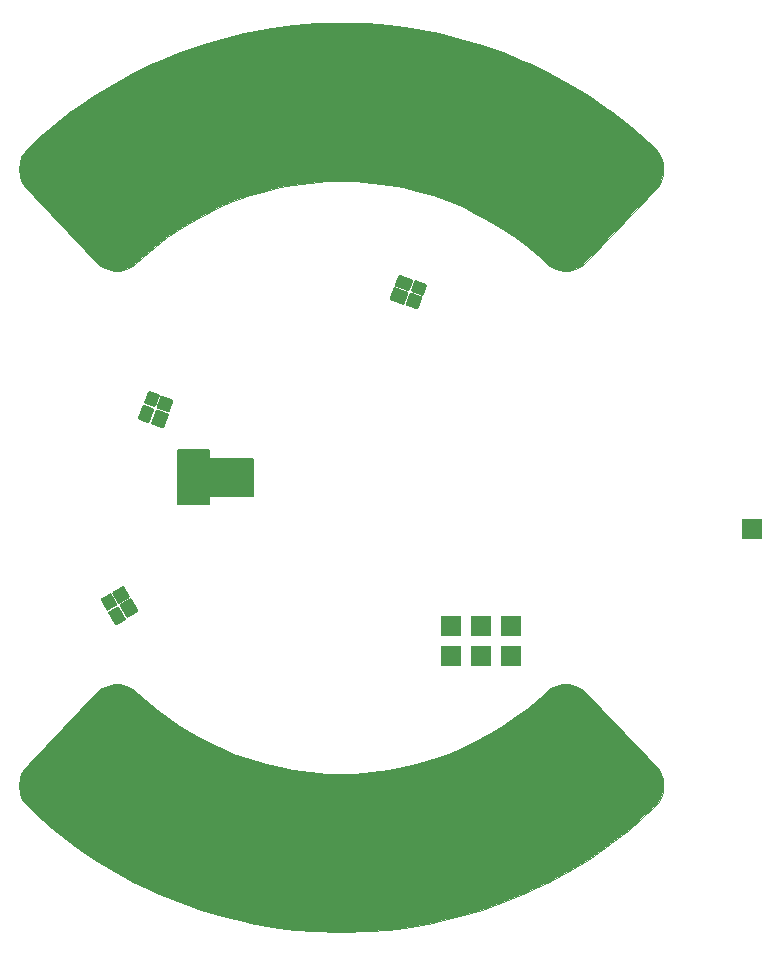
<source format=gbr>
%TF.GenerationSoftware,KiCad,Pcbnew,7.0.5.1-1-g8f565ef7f0-dirty-deb11*%
%TF.CreationDate,2023-07-04T07:58:52+00:00*%
%TF.ProjectId,USTTHUNDERMILLPCB01,55535454-4855-44e4-9445-524d494c4c50,rev?*%
%TF.SameCoordinates,Original*%
%TF.FileFunction,Soldermask,Bot*%
%TF.FilePolarity,Negative*%
%FSLAX46Y46*%
G04 Gerber Fmt 4.6, Leading zero omitted, Abs format (unit mm)*
G04 Created by KiCad (PCBNEW 7.0.5.1-1-g8f565ef7f0-dirty-deb11) date 2023-07-04 07:58:52*
%MOMM*%
%LPD*%
G01*
G04 APERTURE LIST*
G04 Aperture macros list*
%AMRoundRect*
0 Rectangle with rounded corners*
0 $1 Rounding radius*
0 $2 $3 $4 $5 $6 $7 $8 $9 X,Y pos of 4 corners*
0 Add a 4 corners polygon primitive as box body*
4,1,4,$2,$3,$4,$5,$6,$7,$8,$9,$2,$3,0*
0 Add four circle primitives for the rounded corners*
1,1,$1+$1,$2,$3*
1,1,$1+$1,$4,$5*
1,1,$1+$1,$6,$7*
1,1,$1+$1,$8,$9*
0 Add four rect primitives between the rounded corners*
20,1,$1+$1,$2,$3,$4,$5,0*
20,1,$1+$1,$4,$5,$6,$7,0*
20,1,$1+$1,$6,$7,$8,$9,0*
20,1,$1+$1,$8,$9,$2,$3,0*%
G04 Aperture macros list end*
%ADD10C,0.150000*%
%ADD11C,0.050000*%
%ADD12RoundRect,0.100000X0.762000X0.762000X-0.762000X0.762000X-0.762000X-0.762000X0.762000X-0.762000X0*%
%ADD13RoundRect,0.100000X0.618210X0.280474X-0.293291X0.612234X-0.618210X-0.280474X0.293291X-0.612234X0*%
%ADD14RoundRect,0.100000X0.652413X0.374443X-0.259089X0.706203X-0.652413X-0.374443X0.259089X-0.706203X0*%
%ADD15RoundRect,0.100000X0.561829X0.300995X-0.236910X0.591713X-0.561829X-0.300995X0.236910X-0.591713X0*%
%ADD16RoundRect,0.100000X0.596031X0.394965X-0.202708X0.685682X-0.596031X-0.394965X0.202708X-0.685682X0*%
%ADD17RoundRect,0.100000X0.280474X-0.618210X0.612234X0.293291X-0.280474X0.618210X-0.612234X-0.293291X0*%
%ADD18RoundRect,0.100000X0.374443X-0.652413X0.706203X0.259089X-0.374443X0.652413X-0.706203X-0.259089X0*%
%ADD19RoundRect,0.100000X0.300995X-0.561829X0.591713X0.236910X-0.300995X0.561829X-0.591713X-0.236910X0*%
%ADD20RoundRect,0.100000X0.394965X-0.596031X0.685682X0.202708X-0.394965X0.596031X-0.685682X-0.202708X0*%
%ADD21RoundRect,0.100000X0.182522X0.653862X-0.657522X0.168862X-0.182522X-0.653862X0.657522X-0.168862X0*%
%ADD22RoundRect,0.100000X0.132522X0.740465X-0.707522X0.255465X-0.132522X-0.740465X0.707522X-0.255465X0*%
%ADD23RoundRect,0.100000X0.130561X0.623862X-0.605561X0.198862X-0.130561X-0.623862X0.605561X-0.198862X0*%
%ADD24RoundRect,0.100000X0.080561X0.710465X-0.655561X0.285465X-0.080561X-0.710465X0.655561X-0.285465X0*%
%ADD25RoundRect,0.100000X-0.762000X0.762000X-0.762000X-0.762000X0.762000X-0.762000X0.762000X0.762000X0*%
G04 APERTURE END LIST*
D10*
X-13843200Y2294000D02*
X-11193200Y2294000D01*
X-11193200Y-2256000D01*
X-13843200Y-2256000D01*
X-13843200Y2294000D01*
G36*
X-13843200Y2294000D02*
G01*
X-11193200Y2294000D01*
X-11193200Y-2256000D01*
X-13843200Y-2256000D01*
X-13843200Y2294000D01*
G37*
X-11693200Y1544000D02*
X-7493200Y1544000D01*
X-7493200Y-1556000D01*
X-11693200Y-1556000D01*
X-11693200Y1544000D01*
G36*
X-11693200Y1544000D02*
G01*
X-7493200Y1544000D01*
X-7493200Y-1556000D01*
X-11693200Y-1556000D01*
X-11693200Y1544000D01*
G37*
D11*
X2145408Y38436993D02*
X4024345Y38289094D01*
X5892967Y38043095D01*
X7746147Y37699597D01*
X8257354Y37590897D01*
X10090003Y37150998D01*
X11897106Y36615696D01*
X13673805Y35986496D01*
X15415107Y35265297D01*
X15892509Y35052697D01*
X17593708Y34241297D01*
X19250007Y33341998D01*
X20857006Y32357197D01*
X22410308Y31289698D01*
X22833099Y30982499D01*
X24328399Y29835099D01*
X25761505Y28611100D01*
X26459304Y27948901D01*
X26809005Y27560502D01*
X27070304Y27107901D01*
X27231903Y26610800D01*
X27286499Y26091000D01*
X27231903Y25571301D01*
X27070304Y25074200D01*
X26809005Y24621600D01*
X26459304Y24233201D01*
X20675804Y18145300D01*
X20253005Y17838101D01*
X19775505Y17625500D01*
X19264305Y17516800D01*
X18741603Y17516800D01*
X18230403Y17625500D01*
X17753002Y17838101D01*
X17330101Y18145300D01*
X16795200Y18652901D01*
X15696399Y19591401D01*
X14757400Y20311902D01*
X13781997Y20982201D01*
X12549999Y21737200D01*
X11280097Y22426701D01*
X10211898Y22936202D01*
X9118408Y23389201D01*
X7756320Y23871501D01*
X6370849Y24281901D01*
X5219993Y24558201D01*
X4056259Y24773901D01*
X2623661Y24962502D01*
X1183151Y25075902D01*
X0Y25106801D01*
X-1183152Y25075902D01*
X-2623662Y24962502D01*
X-4056260Y24773901D01*
X-5219990Y24558201D01*
X-6370850Y24281901D01*
X-7756321Y23871501D01*
X-9118409Y23389201D01*
X-10211899Y22936202D01*
X-11280100Y22426701D01*
X-12550000Y21737200D01*
X-13782000Y20982201D01*
X-14757401Y20311902D01*
X-15696400Y19591401D01*
X-16795201Y18652901D01*
X-17330102Y18145300D01*
X-17753001Y17838101D01*
X-18230401Y17625500D01*
X-18741601Y17516800D01*
X-19264292Y17516799D01*
X-19775492Y17625498D01*
X-20252993Y17838097D01*
X-20675793Y18145299D01*
X-26459294Y24233199D01*
X-26808993Y24621598D01*
X-27070293Y25074198D01*
X-27231893Y25571299D01*
X-27286493Y26090998D01*
X-27231893Y26610798D01*
X-27070293Y27107899D01*
X-26808993Y27560500D01*
X-26459294Y27948899D01*
X-25761494Y28611100D01*
X-24328393Y29835099D01*
X-22833092Y30982499D01*
X-22410294Y31289698D01*
X-20856993Y32357197D01*
X-19249993Y33341998D01*
X-17593693Y34241297D01*
X-15892495Y35052697D01*
X-15415095Y35265297D01*
X-13673794Y35986496D01*
X-11897093Y36615696D01*
X-10089993Y37150998D01*
X-8257344Y37590897D01*
X-7746132Y37699597D01*
X-5892952Y38043095D01*
X-4024334Y38289094D01*
X-2145394Y38436993D01*
X-261300Y38486294D01*
X261314Y38486294D01*
X2145408Y38436993D01*
G36*
X2145408Y38436993D02*
G01*
X4024345Y38289094D01*
X5892967Y38043095D01*
X7746147Y37699597D01*
X8257354Y37590897D01*
X10090003Y37150998D01*
X11897106Y36615696D01*
X13673805Y35986496D01*
X15415107Y35265297D01*
X15892509Y35052697D01*
X17593708Y34241297D01*
X19250007Y33341998D01*
X20857006Y32357197D01*
X22410308Y31289698D01*
X22833099Y30982499D01*
X24328399Y29835099D01*
X25761505Y28611100D01*
X26459304Y27948901D01*
X26809005Y27560502D01*
X27070304Y27107901D01*
X27231903Y26610800D01*
X27286499Y26091000D01*
X27231903Y25571301D01*
X27070304Y25074200D01*
X26809005Y24621600D01*
X26459304Y24233201D01*
X20675804Y18145300D01*
X20253005Y17838101D01*
X19775505Y17625500D01*
X19264305Y17516800D01*
X18741603Y17516800D01*
X18230403Y17625500D01*
X17753002Y17838101D01*
X17330101Y18145300D01*
X16795200Y18652901D01*
X15696399Y19591401D01*
X14757400Y20311902D01*
X13781997Y20982201D01*
X12549999Y21737200D01*
X11280097Y22426701D01*
X10211898Y22936202D01*
X9118408Y23389201D01*
X7756320Y23871501D01*
X6370849Y24281901D01*
X5219993Y24558201D01*
X4056259Y24773901D01*
X2623661Y24962502D01*
X1183151Y25075902D01*
X0Y25106801D01*
X-1183152Y25075902D01*
X-2623662Y24962502D01*
X-4056260Y24773901D01*
X-5219990Y24558201D01*
X-6370850Y24281901D01*
X-7756321Y23871501D01*
X-9118409Y23389201D01*
X-10211899Y22936202D01*
X-11280100Y22426701D01*
X-12550000Y21737200D01*
X-13782000Y20982201D01*
X-14757401Y20311902D01*
X-15696400Y19591401D01*
X-16795201Y18652901D01*
X-17330102Y18145300D01*
X-17753001Y17838101D01*
X-18230401Y17625500D01*
X-18741601Y17516800D01*
X-19264292Y17516799D01*
X-19775492Y17625498D01*
X-20252993Y17838097D01*
X-20675793Y18145299D01*
X-26459294Y24233199D01*
X-26808993Y24621598D01*
X-27070293Y25074198D01*
X-27231893Y25571299D01*
X-27286493Y26090998D01*
X-27231893Y26610798D01*
X-27070293Y27107899D01*
X-26808993Y27560500D01*
X-26459294Y27948899D01*
X-25761494Y28611100D01*
X-24328393Y29835099D01*
X-22833092Y30982499D01*
X-22410294Y31289698D01*
X-20856993Y32357197D01*
X-19249993Y33341998D01*
X-17593693Y34241297D01*
X-15892495Y35052697D01*
X-15415095Y35265297D01*
X-13673794Y35986496D01*
X-11897093Y36615696D01*
X-10089993Y37150998D01*
X-8257344Y37590897D01*
X-7746132Y37699597D01*
X-5892952Y38043095D01*
X-4024334Y38289094D01*
X-2145394Y38436993D01*
X-261300Y38486294D01*
X261314Y38486294D01*
X2145408Y38436993D01*
G37*
X-18230401Y-17625499D02*
X-17753001Y-17838100D01*
X-17330102Y-18145301D01*
X-16795201Y-18652900D01*
X-15696400Y-19591400D01*
X-14757401Y-20311897D01*
X-13782000Y-20982200D01*
X-12550000Y-21737197D01*
X-11280100Y-22426696D01*
X-10211899Y-22936203D01*
X-9118409Y-23389198D01*
X-7756321Y-23871498D01*
X-6370850Y-24281898D01*
X-5219990Y-24558197D01*
X-4056260Y-24773895D01*
X-2623662Y-24962501D01*
X-1183152Y-25075897D01*
X0Y-25106796D01*
X1183143Y-25075897D01*
X2623649Y-24962501D01*
X4056251Y-24773902D01*
X5219982Y-24558197D01*
X6370841Y-24281898D01*
X7756309Y-23871498D01*
X9118400Y-23389198D01*
X10211891Y-22936203D01*
X11280090Y-22426696D01*
X12549987Y-21737197D01*
X13781990Y-20982200D01*
X14757392Y-20311901D01*
X15696388Y-19591400D01*
X16795188Y-18652900D01*
X17330093Y-18145301D01*
X17752990Y-17838104D01*
X18230392Y-17625503D01*
X18741592Y-17516799D01*
X19264293Y-17516799D01*
X19775493Y-17625503D01*
X20252994Y-17838104D01*
X20675792Y-18145301D01*
X26459289Y-24233200D01*
X26808990Y-24621597D01*
X27070297Y-25074203D01*
X27231887Y-25571304D01*
X27286491Y-26091003D01*
X27231887Y-26610801D01*
X27070297Y-27107902D01*
X26808990Y-27560501D01*
X26459289Y-27948898D01*
X25761489Y-28611099D01*
X24328392Y-29835098D01*
X22833091Y-30982498D01*
X22410293Y-31289703D01*
X20856994Y-32357208D01*
X19249996Y-33342002D01*
X17593696Y-34241302D01*
X15892498Y-35052703D01*
X15415100Y-35265304D01*
X13673797Y-35986503D01*
X11897098Y-36615707D01*
X10089996Y-37151000D01*
X8257347Y-37590904D01*
X7746139Y-37699600D01*
X5892959Y-38043106D01*
X4024337Y-38289100D01*
X2145401Y-38436996D01*
X261306Y-38486297D01*
X-261307Y-38486297D01*
X-2145402Y-38436996D01*
X-4024338Y-38289093D01*
X-5892960Y-38043098D01*
X-7746140Y-37699600D01*
X-8257351Y-37590896D01*
X-10090001Y-37151000D01*
X-11897101Y-36615699D01*
X-13673800Y-35986495D01*
X-15415101Y-35265304D01*
X-15892500Y-35052703D01*
X-17593701Y-34241302D01*
X-19250000Y-33341995D01*
X-20857001Y-32357200D01*
X-22410302Y-31289703D01*
X-22833100Y-30982498D01*
X-24328400Y-29835098D01*
X-25761502Y-28611099D01*
X-26459301Y-27948898D01*
X-26809001Y-27560501D01*
X-27070301Y-27107902D01*
X-27231901Y-26610801D01*
X-27286500Y-26091003D01*
X-27231901Y-25571304D01*
X-27070301Y-25074203D01*
X-26809001Y-24621597D01*
X-26459301Y-24233200D01*
X-20675801Y-18145301D01*
X-20253001Y-17838100D01*
X-19775500Y-17625499D01*
X-19264300Y-17516799D01*
X-18741601Y-17516799D01*
X-18230401Y-17625499D01*
G36*
X-18230401Y-17625499D02*
G01*
X-17753001Y-17838100D01*
X-17330102Y-18145301D01*
X-16795201Y-18652900D01*
X-15696400Y-19591400D01*
X-14757401Y-20311897D01*
X-13782000Y-20982200D01*
X-12550000Y-21737197D01*
X-11280100Y-22426696D01*
X-10211899Y-22936203D01*
X-9118409Y-23389198D01*
X-7756321Y-23871498D01*
X-6370850Y-24281898D01*
X-5219990Y-24558197D01*
X-4056260Y-24773895D01*
X-2623662Y-24962501D01*
X-1183152Y-25075897D01*
X0Y-25106796D01*
X1183143Y-25075897D01*
X2623649Y-24962501D01*
X4056251Y-24773902D01*
X5219982Y-24558197D01*
X6370841Y-24281898D01*
X7756309Y-23871498D01*
X9118400Y-23389198D01*
X10211891Y-22936203D01*
X11280090Y-22426696D01*
X12549987Y-21737197D01*
X13781990Y-20982200D01*
X14757392Y-20311901D01*
X15696388Y-19591400D01*
X16795188Y-18652900D01*
X17330093Y-18145301D01*
X17752990Y-17838104D01*
X18230392Y-17625503D01*
X18741592Y-17516799D01*
X19264293Y-17516799D01*
X19775493Y-17625503D01*
X20252994Y-17838104D01*
X20675792Y-18145301D01*
X26459289Y-24233200D01*
X26808990Y-24621597D01*
X27070297Y-25074203D01*
X27231887Y-25571304D01*
X27286491Y-26091003D01*
X27231887Y-26610801D01*
X27070297Y-27107902D01*
X26808990Y-27560501D01*
X26459289Y-27948898D01*
X25761489Y-28611099D01*
X24328392Y-29835098D01*
X22833091Y-30982498D01*
X22410293Y-31289703D01*
X20856994Y-32357208D01*
X19249996Y-33342002D01*
X17593696Y-34241302D01*
X15892498Y-35052703D01*
X15415100Y-35265304D01*
X13673797Y-35986503D01*
X11897098Y-36615707D01*
X10089996Y-37151000D01*
X8257347Y-37590904D01*
X7746139Y-37699600D01*
X5892959Y-38043106D01*
X4024337Y-38289100D01*
X2145401Y-38436996D01*
X261306Y-38486297D01*
X-261307Y-38486297D01*
X-2145402Y-38436996D01*
X-4024338Y-38289093D01*
X-5892960Y-38043098D01*
X-7746140Y-37699600D01*
X-8257351Y-37590896D01*
X-10090001Y-37151000D01*
X-11897101Y-36615699D01*
X-13673800Y-35986495D01*
X-15415101Y-35265304D01*
X-15892500Y-35052703D01*
X-17593701Y-34241302D01*
X-19250000Y-33341995D01*
X-20857001Y-32357200D01*
X-22410302Y-31289703D01*
X-22833100Y-30982498D01*
X-24328400Y-29835098D01*
X-25761502Y-28611099D01*
X-26459301Y-27948898D01*
X-26809001Y-27560501D01*
X-27070301Y-27107902D01*
X-27231901Y-26610801D01*
X-27286500Y-26091003D01*
X-27231901Y-25571304D01*
X-27070301Y-25074203D01*
X-26809001Y-24621597D01*
X-26459301Y-24233200D01*
X-20675801Y-18145301D01*
X-20253001Y-17838100D01*
X-19775500Y-17625499D01*
X-19264300Y-17516799D01*
X-18741601Y-17516799D01*
X-18230401Y-17625499D01*
G37*
D12*
%TO.C,J3*%
X34800000Y-4400000D03*
%TD*%
D13*
%TO.C,U6*%
X-14903278Y6204862D03*
D14*
X-15365005Y4936277D03*
D15*
X-16030909Y6615286D03*
D16*
X-16492636Y5346701D03*
%TD*%
D17*
%TO.C,U13*%
X6204862Y14903278D03*
D18*
X4936277Y15365005D03*
D19*
X6615286Y16030909D03*
D20*
X5346701Y16492636D03*
%TD*%
D21*
%TO.C,U5*%
X-18655617Y-9930332D03*
D22*
X-17980617Y-11099466D03*
D23*
X-19694847Y-10530332D03*
D24*
X-19019847Y-11699466D03*
%TD*%
D25*
%TO.C,J4*%
X9282400Y-12555800D03*
X9282400Y-15095800D03*
X11822400Y-12555800D03*
X11822400Y-15095800D03*
X14362400Y-12555800D03*
X14362400Y-15095800D03*
%TD*%
M02*

</source>
